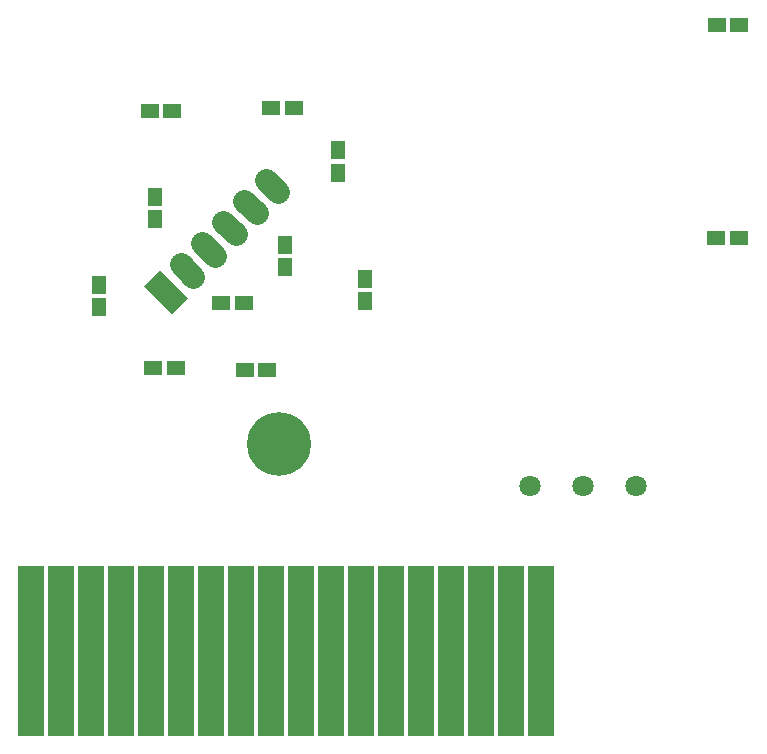
<source format=gbs>
G04 #@! TF.FileFunction,Soldermask,Bot*
%FSLAX46Y46*%
G04 Gerber Fmt 4.6, Leading zero omitted, Abs format (unit mm)*
G04 Created by KiCad (PCBNEW 4.0.7) date 02/07/19 17:37:47*
%MOMM*%
%LPD*%
G01*
G04 APERTURE LIST*
%ADD10C,0.100000*%
%ADD11R,1.150000X1.600000*%
%ADD12R,1.600000X1.150000*%
%ADD13R,2.180000X14.400000*%
%ADD14C,1.910000*%
%ADD15C,5.400000*%
%ADD16C,1.800000*%
G04 APERTURE END LIST*
D10*
D11*
X131500000Y-91450000D03*
X131500000Y-89550000D03*
D12*
X137100000Y-98500000D03*
X139000000Y-98500000D03*
D11*
X142500000Y-93600000D03*
X142500000Y-95500000D03*
X147000000Y-85600000D03*
X147000000Y-87500000D03*
D12*
X131050000Y-82250000D03*
X132950000Y-82250000D03*
X180900000Y-93000000D03*
X179000000Y-93000000D03*
X180950000Y-75000000D03*
X179050000Y-75000000D03*
D13*
X164180000Y-128000000D03*
X161640000Y-128000000D03*
X159100000Y-128000000D03*
X156560000Y-128000000D03*
X154020000Y-128000000D03*
X151480000Y-128000000D03*
X148940000Y-128000000D03*
X146400000Y-128000000D03*
X143860000Y-128000000D03*
X141320000Y-128000000D03*
X138780000Y-128000000D03*
X136240000Y-128000000D03*
X133700000Y-128000000D03*
X131160000Y-128000000D03*
X128620000Y-128000000D03*
X126080000Y-128000000D03*
X123540000Y-128000000D03*
X121000000Y-128000000D03*
D10*
G36*
X132938228Y-99473006D02*
X130526994Y-97061772D01*
X131877568Y-95711198D01*
X134288802Y-98122432D01*
X132938228Y-99473006D01*
X132938228Y-99473006D01*
G37*
D14*
X133673619Y-95265721D02*
X134734279Y-96326381D01*
X135469670Y-93469670D02*
X136530330Y-94530330D01*
X137265722Y-91673618D02*
X138326382Y-92734278D01*
X139061773Y-89877567D02*
X140122433Y-90938227D01*
X140857824Y-88081516D02*
X141918484Y-89142176D01*
D15*
X142000000Y-110500000D03*
D11*
X149250000Y-96500000D03*
X149250000Y-98400000D03*
D12*
X141350000Y-82000000D03*
X143250000Y-82000000D03*
X139100000Y-104250000D03*
X141000000Y-104250000D03*
D11*
X126750000Y-98900000D03*
X126750000Y-97000000D03*
D12*
X131350000Y-104000000D03*
X133250000Y-104000000D03*
D16*
X167750000Y-114000000D03*
X172250000Y-114000000D03*
X163250000Y-114000000D03*
M02*

</source>
